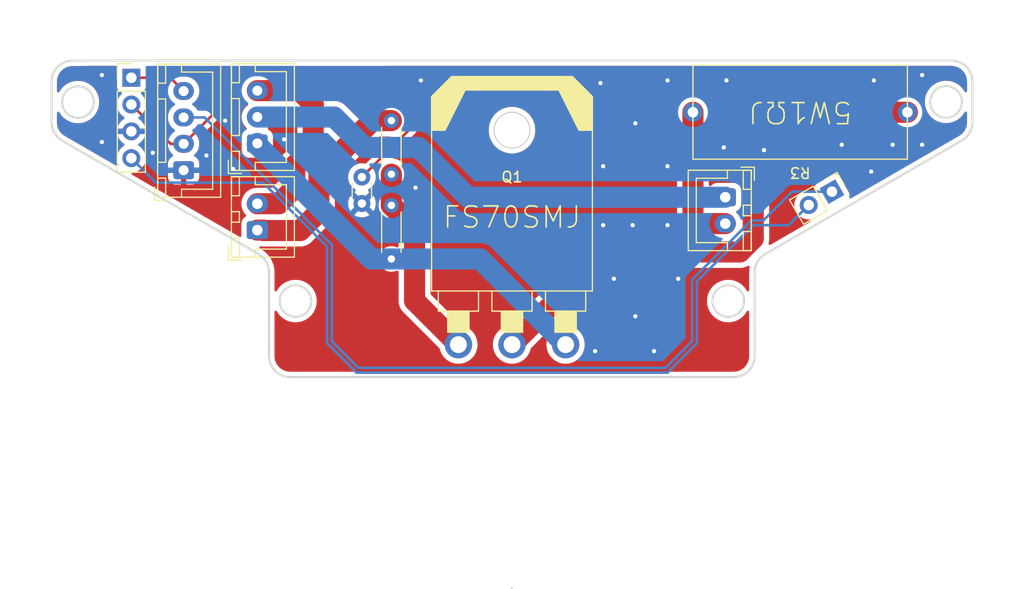
<source format=kicad_pcb>
(kicad_pcb (version 20211014) (generator pcbnew)
  (layers (0 "F.Cu" signal) (31 "B.Cu" signal) (34 "B.Paste" user) (35 "F.Paste" user) (36 "B.SilkS" user "B.Silkscreen") (37 "F.SilkS" user "F.Silkscreen") (38 "B.Mask" user) (39 "F.Mask" user) (44 "Edge.Cuts" user))
  (net 0 "")
  (net 1 "GND")
  (net 2 "+5V")
  (net 3 "FET 1")
  (net 4 "FET 2")
  (net 5 "Net-(J2-Pad1)")
  (net 6 "Net-(J2-Pad2)")
  (net 7 "Net-(J3-Pad2)")
  (net 8 "Vout")
  (net 9 "Kathode")
  (net 10 "Brightness")
  (net 11 "Net-(Q1-Pad1)")
  (net 12 "Net-(Q1-Pad2)")
  (footprint "Capacitor_THT:C_Disc_D3.0mm_W1.6mm_P2.50mm" (layer "F.Cu") (at 138.176 85.07 90)
    (fp_text reference "C1" hide)
    (fp_text value "C_Small" hide)
    (fp_line (start 0.621 -0.92) (end 1.879 -0.92) (layer "F.SilkS") (width 0.12))
    (fp_line (start 0.621 0.92) (end 1.879 0.92) (layer "F.SilkS") (width 0.12))
    (pad "1" thru_hole circle (at 0 0 90) (size 1.6 1.6) (drill 0.8) (layers *.Cu *.Mask) (net 1 "GND"))
    (pad "2" thru_hole circle (at 2.5 0 90) (size 1.6 1.6) (drill 0.8) (layers *.Cu *.Mask) (net 2 "+5V"))
  )
  (footprint "Lib:FS70SMJ" (layer "F.Cu") (at 152.4 74.31)
    (fp_text reference "Q1" (at 0 8.255 unlocked) (layer "F.SilkS"))
    (fp_text value "Q_NMOS_GDS")
    (fp_text user "FS70SMJ" (at 0 12.065 unlocked) (layer "F.SilkS") (effects (font (size 2 2))))
    (fp_line (start -7.62 3.81) (end -6.35 3.81) (layer "F.SilkS") (width 0.12))
    (fp_line (start 5.08 -1.27) (end -5.08 -1.27) (layer "F.SilkS") (width 0.12))
    (fp_line (start -6.08 22.955) (end -6.08 21.955) (layer "F.SilkS") (width 0.12))
    (fp_line (start 6.985 20.955) (end 3.175 20.955) (layer "F.SilkS") (width 0.12))
    (fp_line (start -4.08 21.955) (end -4.08 20.955) (layer "F.SilkS") (width 0.12))
    (fp_line (start 6.985 19.05) (end 6.985 20.955) (layer "F.SilkS") (width 0.12))
    (fp_line (start -1.905 20.955) (end -1.905 19.05) (layer "F.SilkS") (width 0.12))
    (fp_line (start -5.715 -1.27) (end -5.08 -1.27) (layer "F.SilkS") (width 0.12))
    (fp_line (start 4.08 21.955) (end 4.08 20.955) (layer "F.SilkS") (width 0.12))
    (fp_line (start -7.62 1.27) (end -7.62 19.05) (layer "F.SilkS") (width 0.12))
    (fp_line (start -4.08 22.955) (end -4.08 21.955) (layer "F.SilkS") (width 0.12))
    (fp_line (start 7.62 3.81) (end 6.35 3.81) (layer "F.SilkS") (width 0.12))
    (fp_line (start -6.08 21.955) (end -6.08 20.955) (layer "F.SilkS") (width 0.12))
    (fp_line (start 5.08 -1.27) (end 5.715 -1.27) (layer "F.SilkS") (width 0.12))
    (fp_line (start 7.62 19.05) (end 7.62 1.27) (layer "F.SilkS") (width 0.12))
    (fp_line (start -4.445 0) (end -6.35 3.81) (layer "F.SilkS") (width 0.12))
    (fp_line (start 1.905 19.05) (end 1.905 20.955) (layer "F.SilkS") (width 0.12))
    (fp_line (start -7.62 19.05) (end 7.62 19.05) (layer "F.SilkS") (width 0.12))
    (fp_line (start 6.08 21.955) (end 6.08 20.955) (layer "F.SilkS") (width 0.12))
    (fp_line (start 7.62 0.635) (end 7.62 1.27) (layer "F.SilkS") (width 0.12))
    (fp_line (start 3.175 20.955) (end 3.175 19.05) (layer "F.SilkS") (width 0.12))
    (fp_line (start 6.35 3.81) (end 4.445 0) (layer "F.SilkS") (width 0.12))
    (fp_line (start -5.715 -1.27) (end -7.62 0.635) (layer "F.SilkS") (width 0.12))
    (fp_line (start 4.08 22.955) (end 4.08 21.955) (layer "F.SilkS") (width 0.12))
    (fp_line (start 1.905 20.955) (end -1.905 20.955) (layer "F.SilkS") (width 0.12))
    (fp_line (start -1 21.955) (end -1 20.955) (layer "F.SilkS") (width 0.12))
    (fp_line (start 1 22.955) (end 1 21.955) (layer "F.SilkS") (width 0.12))
    (fp_line (start -1 22.955) (end -1 21.955) (layer "F.SilkS") (width 0.12))
    (fp_line (start 6.08 22.955) (end 6.08 21.955) (layer "F.SilkS") (width 0.12))
    (fp_line (start 5.715 -1.27) (end 7.62 0.635) (layer "F.SilkS") (width 0.12))
    (fp_line (start 4.445 0) (end -4.445 0) (layer "F.SilkS") (width 0.12))
    (fp_line (start -7.62 0.635) (end -7.62 1.27) (layer "F.SilkS") (width 0.12))
    (fp_line (start -3.175 20.955) (end -6.985 20.955) (layer "F.SilkS") (width 0.12))
    (fp_line (start -3.175 19.05) (end -3.175 20.955) (layer "F.SilkS") (width 0.12))
    (fp_line (start 1 21.955) (end 1 20.955) (layer "F.SilkS") (width 0.12))
    (fp_line (start -6.985 20.955) (end -6.985 19.05) (layer "F.SilkS") (width 0.12))
    (fp_poly (pts (xy 7.62 0.635) (xy 7.62 3.81) (xy 6.35 3.81) (xy 4.445 0) (xy 5.715 -1.27)) (layer "F.SilkS") (width 0.12) (fill solid))
    (fp_poly (pts (xy 1 22.955) (xy -1 22.955) (xy -1 20.955) (xy 1 20.955)) (layer "F.SilkS") (width 0.12) (fill solid))
    (fp_poly (pts (xy 6.08 22.955) (xy 4.08 22.955) (xy 4.08 20.955) (xy 6.08 20.955)) (layer "F.SilkS") (width 0.12) (fill solid))
    (fp_poly (pts (xy -4.08 22.955) (xy -6.08 22.955) (xy -6.08 20.955) (xy -4.08 20.955)) (layer "F.SilkS") (width 0.12) (fill solid))
    (fp_poly (pts (xy 4.445 0) (xy -4.445 0) (xy -6.35 3.81) (xy -7.62 3.81) (xy -7.62 0.635) (xy -5.715 -1.27) (xy 5.715 -1.27)) (layer "F.SilkS") (width 0.12) (fill solid))
    (fp_circle (center 0 3.81) (end -1.7 3.81) (layer "Edge.Cuts") (width 0.12) (fill none))
    (pad "1" thru_hole circle (at -5.08 24.13 180) (size 2.6 2.6) (drill 1.6) (layers *.Cu *.Mask) (net 11 "Net-(Q1-Pad1)"))
    (pad "2" thru_hole circle (at 0 24.13 180) (size 2.6 2.6) (drill 1.6) (layers *.Cu *.Mask) (net 12 "Net-(Q1-Pad2)"))
    (pad "3" thru_hole circle (at 5.08 24.13 180) (size 2.6 2.6) (drill 1.6) (layers *.Cu *.Mask) (net 5 "Net-(J2-Pad1)"))
  )
  (footprint "Lib:5W 1Ω sement" (layer "F.Cu") (at 179.705 81.5025 180)
    (fp_text reference "R3" (at 0 -0.635 180 unlocked) (layer "F.SilkS"))
    (fp_text value "1")
    (fp_text user "5W1ΩJ" (at 0 5.08 180 unlocked) (layer "F.SilkS") (effects (font (size 2 2))))
    (fp_line (start -10.16 9.525) (end -10.16 0.635) (layer "F.SilkS") (width 0.12))
    (fp_line (start 10.16 9.525) (end 10.16 0.635) (layer "F.SilkS") (width 0.12))
    (fp_line (start -10.16 9.525) (end 10.16 9.525) (layer "F.SilkS") (width 0.12))
    (fp_line (start 10.16 0.635) (end -10.16 0.635) (layer "F.SilkS") (width 0.12))
    (pad "1" thru_hole circle (at 10.16 5.08) (size 1.8 1.8) (drill 1) (layers *.Cu *.Mask) (net 7 "Net-(J3-Pad2)"))
    (pad "2" thru_hole circle (at -10.16 5.08) (size 1.8 1.8) (drill 1) (layers *.Cu *.Mask) (net 12 "Net-(Q1-Pad2)"))
  )
  (footprint "Resistor_THT:R_Axial_DIN0204_L3.6mm_D1.6mm_P5.08mm_Horizontal" (layer "F.Cu") (at 140.97 77.216 -90)
    (fp_text reference "R1" hide)
    (fp_text value "100" hide)
    (fp_line (start 0.62 0.92) (end 4.46 0.92) (layer "F.SilkS") (width 0.12))
    (fp_line (start 0.62 -0.92) (end 4.46 -0.92) (layer "F.SilkS") (width 0.12))
    (pad "1" thru_hole circle (at 0 0 270) (size 1.4 1.4) (drill 0.7) (layers *.Cu *.Mask) (net 3 "FET 1"))
    (pad "2" thru_hole oval (at 5.08 0 270) (size 1.4 1.4) (drill 0.7) (layers *.Cu *.Mask) (net 11 "Net-(Q1-Pad1)"))
  )
  (footprint "Resistor_THT:R_Axial_DIN0204_L3.6mm_D1.6mm_P5.08mm_Horizontal" (layer "F.Cu") (at 140.97 85.246 -90)
    (fp_text reference "R2" hide)
    (fp_text value "10K" hide)
    (fp_line (start 0.62 -0.92) (end 4.46 -0.92) (layer "F.SilkS") (width 0.12))
    (fp_line (start 0.62 0.92) (end 4.46 0.92) (layer "F.SilkS") (width 0.12))
    (pad "1" thru_hole circle (at 0 0 270) (size 1.4 1.4) (drill 0.7) (layers *.Cu *.Mask) (net 11 "Net-(Q1-Pad1)"))
    (pad "2" thru_hole oval (at 5.08 0 270) (size 1.4 1.4) (drill 0.7) (layers *.Cu *.Mask) (net 5 "Net-(J2-Pad1)"))
  )
  (footprint "Connector_JST:JST_XH_B2B-XH-A_1x02_P2.50mm_Vertical" (layer "F.Cu") (at 172.61 84.475 -90)
    (fp_text reference "J3" hide)
    (fp_text value "Conn_01x02_Female" hide)
    (fp_line (start -2.56 3.51) (end 5.06 3.51) (layer "F.SilkS") (width 0.12))
    (fp_line (start -2.85 -2.75) (end -2.85 -1.5) (layer "F.SilkS") (width 0.12))
    (fp_line (start 5.05 -1.7) (end 5.05 -2.45) (layer "F.SilkS") (width 0.12))
    (fp_line (start -2.55 -0.2) (end -1.8 -0.2) (layer "F.SilkS") (width 0.12))
    (fp_line (start 4.3 -0.2) (end 4.3 2.75) (layer "F.SilkS") (width 0.12))
    (fp_line (start 5.05 -0.2) (end 4.3 -0.2) (layer "F.SilkS") (width 0.12))
    (fp_line (start -0.75 -1.7) (end -0.75 -2.45) (layer "F.SilkS") (width 0.12))
    (fp_line (start 5.06 -2.46) (end -2.56 -2.46) (layer "F.SilkS") (width 0.12))
    (fp_line (start -2.56 -2.46) (end -2.56 3.51) (layer "F.SilkS") (width 0.12))
    (fp_line (start 1.75 -2.45) (end 0.75 -2.45) (layer "F.SilkS") (width 0.12))
    (fp_line (start 5.05 -2.45) (end 3.25 -2.45) (layer "F.SilkS") (width 0.12))
    (fp_line (start 0.75 -2.45) (end 0.75 -1.7) (layer "F.SilkS") (width 0.12))
    (fp_line (start 1.75 -1.7) (end 1.75 -2.45) (layer "F.SilkS") (width 0.12))
    (fp_line (start 3.25 -2.45) (end 3.25 -1.7) (layer "F.SilkS") (width 0.12))
    (fp_line (start 0.75 -1.7) (end 1.75 -1.7) (layer "F.SilkS") (width 0.12))
    (fp_line (start -1.8 -0.2) (end -1.8 2.75) (layer "F.SilkS") (width 0.12))
    (fp_line (start 3.25 -1.7) (end 5.05 -1.7) (layer "F.SilkS") (width 0.12))
    (fp_line (start -2.55 -2.45) (end -2.55 -1.7) (layer "F.SilkS") (width 0.12))
    (fp_line (start -0.75 -2.45) (end -2.55 -2.45) (layer "F.SilkS") (width 0.12))
    (fp_line (start -1.8 2.75) (end 1.25 2.75) (layer "F.SilkS") (width 0.12))
    (fp_line (start -2.55 -1.7) (end -0.75 -1.7) (layer "F.SilkS") (width 0.12))
    (fp_line (start -1.6 -2.75) (end -2.85 -2.75) (layer "F.SilkS") (width 0.12))
    (fp_line (start 5.06 3.51) (end 5.06 -2.46) (layer "F.SilkS") (width 0.12))
    (fp_line (start 4.3 2.75) (end 1.25 2.75) (layer "F.SilkS") (width 0.12))
    (pad "1" thru_hole roundrect (at 0 0 270) (size 1.7 2) (drill 1) (layers *.Cu *.Mask) (roundrect_rratio 0.1470588235) (net 6 "Net-(J2-Pad2)"))
    (pad "2" thru_hole oval (at 2.5 0 270) (size 1.7 2) (drill 1) (layers *.Cu *.Mask) (net 7 "Net-(J3-Pad2)"))
  )
  (footprint "Connector_PinHeader_2.54mm:PinHeader_1x02_P2.54mm_Vertical" (layer "F.Cu") (at 182.714183 83.9445 -60)
    (fp_text reference "J5" hide)
    (fp_text value "Conn_01x02_Female" hide)
    (fp_line (start -1.33 1.27) (end -1.33 3.87) (layer "F.SilkS") (width 0.12))
    (fp_line (start -1.33 0) (end -1.33 -1.33) (layer "F.SilkS") (width 0.12))
    (fp_line (start -1.33 3.87) (end 1.33 3.87) (layer "F.SilkS") (width 0.12))
    (fp_line (start -1.33 1.27) (end 1.33 1.27) (layer "F.SilkS") (width 0.12))
    (fp_line (start 1.33 1.27) (end 1.33 3.87) (layer "F.SilkS") (width 0.12))
    (fp_line (start -1.33 -1.33) (end 0 -1.33) (layer "F.SilkS") (width 0.12))
    (pad "1" thru_hole rect (at 0 0 300) (size 1.7 1.7) (drill 1) (layers *.Cu *.Mask) (net 10 "Brightness"))
    (pad "2" thru_hole oval (at 0 2.54 300) (size 1.7 1.7) (drill 1) (layers *.Cu *.Mask) (net 9 "Kathode"))
  )
  (footprint "Connector_JST:JST_XH_B2B-XH-A_1x02_P2.50mm_Vertical" (layer "F.Cu") (at 128.27 87.59 90)
    (fp_text reference "J1" hide)
    (fp_text value "Conn_01x02_Female" hide)
    (fp_line (start -1.8 2.75) (end 1.25 2.75) (layer "F.SilkS") (width 0.12))
    (fp_line (start 5.05 -1.7) (end 5.05 -2.45) (layer "F.SilkS") (width 0.12))
    (fp_line (start 5.06 -2.46) (end -2.56 -2.46) (layer "F.SilkS") (width 0.12))
    (fp_line (start 5.06 3.51) (end 5.06 -2.46) (layer "F.SilkS") (width 0.12))
    (fp_line (start -0.75 -2.45) (end -2.55 -2.45) (layer "F.SilkS") (width 0.12))
    (fp_line (start 1.75 -1.7) (end 1.75 -2.45) (layer "F.SilkS") (width 0.12))
    (fp_line (start -1.8 -0.2) (end -1.8 2.75) (layer "F.SilkS") (width 0.12))
    (fp_line (start -0.75 -1.7) (end -0.75 -2.45) (layer "F.SilkS") (width 0.12))
    (fp_line (start 5.05 -2.45) (end 3.25 -2.45) (layer "F.SilkS") (width 0.12))
    (fp_line (start -2.56 -2.46) (end -2.56 3.51) (layer "F.SilkS") (width 0.12))
    (fp_line (start 3.25 -1.7) (end 5.05 -1.7) (layer "F.SilkS") (width 0.12))
    (fp_line (start 3.25 -2.45) (end 3.25 -1.7) (layer "F.SilkS") (width 0.12))
    (fp_line (start -2.85 -2.75) (end -2.85 -1.5) (layer "F.SilkS") (width 0.12))
    (fp_line (start 5.05 -0.2) (end 4.3 -0.2) (layer "F.SilkS") (width 0.12))
    (fp_line (start -2.55 -2.45) (end -2.55 -1.7) (layer "F.SilkS") (width 0.12))
    (fp_line (start 0.75 -2.45) (end 0.75 -1.7) (layer "F.SilkS") (width 0.12))
    (fp_line (start -2.56 3.51) (end 5.06 3.51) (layer "F.SilkS") (width 0.12))
    (fp_line (start -2.55 -0.2) (end -1.8 -0.2) (layer "F.SilkS") (width 0.12))
    (fp_line (start 1.75 -2.45) (end 0.75 -2.45) (layer "F.SilkS") (width 0.12))
    (fp_line (start 4.3 2.75) (end 1.25 2.75) (layer "F.SilkS") (width 0.12))
    (fp_line (start -1.6 -2.75) (end -2.85 -2.75) (layer "F.SilkS") (width 0.12))
    (fp_line (start -2.55 -1.7) (end -0.75 -1.7) (layer "F.SilkS") (width 0.12))
    (fp_line (start 4.3 -0.2) (end 4.3 2.75) (layer "F.SilkS") (width 0.12))
    (fp_line (start 0.75 -1.7) (end 1.75 -1.7) (layer "F.SilkS") (width 0.12))
    (pad "1" thru_hole roundrect (at 0 0 90) (size 1.7 2) (drill 1) (layers *.Cu *.Mask) (roundrect_rratio 0.1470588235) (net 3 "FET 1"))
    (pad "2" thru_hole oval (at 2.5 0 90) (size 1.7 2) (drill 1) (layers *.Cu *.Mask) (net 4 "FET 2"))
  )
  (footprint "Connector_PinHeader_2.54mm:PinHeader_1x04_P2.54mm_Vertical" (layer "F.Cu") (at 116.332 73.152)
    (fp_text reference "J4" hide)
    (fp_text value "Conn_01x04_Female" hide)
    (fp_line (start -1.33 0) (end -1.33 -1.33) (layer "F.SilkS") (width 0.12))
    (fp_line (start -1.33 -1.33) (end 0 -1.33) (layer "F.SilkS") (width 0.12))
    (fp_line (start -1.33 1.27) (end 1.33 1.27) (layer "F.SilkS") (width 0.12))
    (fp_line (start 1.33 1.27) (end 1.33 8.95) (layer "F.SilkS") (width 0.12))
    (fp_line (start -1.33 8.95) (end 1.33 8.95) (layer "F.SilkS") (width 0.12))
    (fp_line (start -1.33 1.27) (end -1.33 8.95) (layer "F.SilkS") (width 0.12))
    (pad "1" thru_hole rect (at 0 0) (size 1.7 1.7) (drill 1) (layers *.Cu *.Mask) (net 8 "Vout"))
    (pad "2" thru_hole oval (at 0 2.54) (size 1.7 1.7) (drill 1) (layers *.Cu *.Mask) (net 2 "+5V"))
    (pad "3" thru_hole oval (at 0 5.08) (size 1.7 1.7) (drill 1) (layers *.Cu *.Mask) (net 1 "GND"))
    (pad "4" thru_hole oval (at 0 7.62) (size 1.7 1.7) (drill 1) (layers *.Cu *.Mask) (net 9 "Kathode"))
  )
  (footprint "Connector_JST:JST_XH_B4B-XH-A_1x04_P2.50mm_Vertical" (layer "F.Cu") (at 121.285 81.915 90)
    (fp_text reference "J6" hide)
    (fp_text value "Conn_01x04_Female" hide)
    (fp_line (start -0.75 -2.45) (end -2.55 -2.45) (layer "F.SilkS") (width 0.12))
    (fp_line (start 6.75 -1.7) (end 6.75 -2.45) (layer "F.SilkS") (width 0.12))
    (fp_line (start -0.75 -1.7) (end -0.75 -2.45) (layer "F.SilkS") (width 0.12))
    (fp_line (start 10.05 -1.7) (end 10.05 -2.45) (layer "F.SilkS") (width 0.12))
    (fp_line (start 8.25 -2.45) (end 8.25 -1.7) (layer "F.SilkS") (width 0.12))
    (fp_line (start 0.75 -1.7) (end 6.75 -1.7) (layer "F.SilkS") (width 0.12))
    (fp_line (start 0.75 -2.45) (end 0.75 -1.7) (layer "F.SilkS") (width 0.12))
    (fp_line (start -2.56 3.51) (end 10.06 3.51) (layer "F.SilkS") (width 0.12))
    (fp_line (start 9.3 2.75) (end 3.75 2.75) (layer "F.SilkS") (width 0.12))
    (fp_line (start -2.55 -1.7) (end -0.75 -1.7) (layer "F.SilkS") (width 0.12))
    (fp_line (start 9.3 -0.2) (end 9.3 2.75) (layer "F.SilkS") (width 0.12))
    (fp_line (start 6.75 -2.45) (end 0.75 -2.45) (layer "F.SilkS") (width 0.12))
    (fp_line (start -1.8 -0.2) (end -1.8 2.75) (layer "F.SilkS") (width 0.12))
    (fp_line (start -1.6 -2.75) (end -2.85 -2.75) (layer "F.SilkS") (width 0.12))
    (fp_line (start -2.55 -0.2) (end -1.8 -0.2) (layer "F.SilkS") (width 0.12))
    (fp_line (start 10.06 3.51) (end 10.06 -2.46) (layer "F.SilkS") (width 0.12))
    (fp_line (start 10.05 -0.2) (end 9.3 -0.2) (layer "F.SilkS") (width 0.12))
    (fp_line (start -2.55 -2.45) (end -2.55 -1.7) (layer "F.SilkS") (width 0.12))
    (fp_line (start 10.05 -2.45) (end 8.25 -2.45) (layer "F.SilkS") (width 0.12))
    (fp_line (start 8.25 -1.7) (end 10.05 -1.7) (layer "F.SilkS") (width 0.12))
    (fp_line (start 10.06 -2.46) (end -2.56 -2.46) (layer "F.SilkS") (width 0.12))
    (fp_line (start -2.85 -2.75) (end -2.85 -1.5) (layer "F.SilkS") (width 0.12))
    (fp_line (start -1.8 2.75) (end 3.75 2.75) (layer "F.SilkS") (width 0.12))
    (fp_line (start -2.56 -2.46) (end -2.56 3.51) (layer "F.SilkS") (width 0.12))
    (pad "1" thru_hole roundrect (at 0 0 90) (size 1.7 1.95) (drill 0.95) (layers *.Cu *.Mask) (roundrect_rratio 0.1470588235) (net 1 "GND"))
    (pad "2" thru_hole oval (at 2.5 0 90) (size 1.7 1.95) (drill 0.95) (layers *.Cu *.Mask) (net 2 "+5V"))
    (pad "3" thru_hole oval (at 5 0 90) (size 1.7 1.95) (drill 0.95) (layers *.Cu *.Mask) (net 10 "Brightness"))
    (pad "4" thru_hole oval (at 7.5 0 90) (size 1.7 1.95) (drill 0.95) (layers *.Cu *.Mask) (net 8 "Vout"))
  )
  (footprint "Connector_JST:JST_XH_B3B-XH-A_1x03_P2.50mm_Vertical" (layer "F.Cu") (at 128.27 79.375 90)
    (fp_text reference "J2" hide)
    (fp_text value "Conn_01x03_Female" hide)
    (fp_line (start 6.8 2.75) (end 2.5 2.75) (layer "F.SilkS") (width 0.12))
    (fp_line (start -1.8 -0.2) (end -1.8 2.75) (layer "F.SilkS") (width 0.12))
    (fp_line (start -2.55 -0.2) (end -1.8 -0.2) (layer "F.SilkS") (width 0.12))
    (fp_line (start 5.75 -2.45) (end 5.75 -1.7) (layer "F.SilkS") (width 0.12))
    (fp_line (start -0.75 -2.45) (end -2.55 -2.45) (layer "F.SilkS") (width 0.12))
    (fp_line (start 7.55 -2.45) (end 5.75 -2.45) (layer "F.SilkS") (width 0.12))
    (fp_line (start 7.55 -1.7) (end 7.55 -2.45) (layer "F.SilkS") (width 0.12))
    (fp_line (start 0.75 -1.7) (end 4.25 -1.7) (layer "F.SilkS") (width 0.12))
    (fp_line (start 6.8 -0.2) (end 6.8 2.75) (layer "F.SilkS") (width 0.12))
    (fp_line (start -0.75 -1.7) (end -0.75 -2.45) (layer "F.SilkS") (width 0.12))
    (fp_line (start 7.55 -0.2) (end 6.8 -0.2) (layer "F.SilkS") (width 0.12))
    (fp_line (start -2.55 -2.45) (end -2.55 -1.7) (layer "F.SilkS") (width 0.12))
    (fp_line (start 4.25 -2.45) (end 0.75 -2.45) (layer "F.SilkS") (width 0.12))
    (fp_line (start -2.56 -2.46) (end -2.56 3.51) (layer "F.SilkS") (width 0.12))
    (fp_line (start 4.25 -1.7) (end 4.25 -2.45) (layer "F.SilkS") (width 0.12))
    (fp_line (start 5.75 -1.7) (end 7.55 -1.7) (layer "F.SilkS") (width 0.12))
    (fp_line (start 0.75 -2.45) (end 0.75 -1.7) (layer "F.SilkS") (width 0.12))
    (fp_line (start 7.56 -2.46) (end -2.56 -2.46) (layer "F.SilkS") (width 0.12))
    (fp_line (start -2.56 3.51) (end 7.56 3.51) (layer "F.SilkS") (width 0.12))
    (fp_line (start -2.85 -2.75) (end -2.85 -1.5) (layer "F.SilkS") (width 0.12))
    (fp_line (start -1.8 2.75) (end 2.5 2.75) (layer "F.SilkS") (width 0.12))
    (fp_line (start -1.6 -2.75) (end -2.85 -2.75) (layer "F.SilkS") (width 0.12))
    (fp_line (start -2.55 -1.7) (end -0.75 -1.7) (layer "F.SilkS") (width 0.12))
    (fp_line (start 7.56 3.51) (end 7.56 -2.46) (layer "F.SilkS") (width 0.12))
    (pad "1" thru_hole roundrect (at 0 0 90) (size 1.7 1.95) (drill 0.95) (layers *.Cu *.Mask) (roundrect_rratio 0.1470588235) (net 5 "Net-(J2-Pad1)"))
    (pad "2" thru_hole oval (at 2.5 0 90) (size 1.7 1.95) (drill 0.95) (layers *.Cu *.Mask) (net 6 "Net-(J2-Pad2)"))
    (pad "3" thru_hole oval (at 5 0 90) (size 1.7 1.95) (drill 0.95) (layers *.Cu *.Mask) (net 4 "FET 2"))
  )
  (gr_circle (center 193.526776 75.442626) (end 195.026776 75.442626) (layer "Edge.Cuts") (width 0.2) (fill none))
  (gr_line (start 129.384288 98.480932) (end 129.384288 99.519976) (layer "Edge.Cuts") (width 0.2))
  (gr_arc (start 194.026776 71.519976) (mid 195.440964 72.105776) (end 196.026776 73.519976) (layer "Edge.Cuts") (width 0.2))
  (gr_line (start 196.026776 77.365275) (end 196.026776 73.519976) (layer "Edge.Cuts") (width 0.2))
  (gr_line (start 175.388337 99.519975) (end 175.388337 98.476538) (layer "Edge.Cuts") (width 0.2))
  (gr_circle (center 172.888337 94.311848) (end 174.388337 94.311848) (layer "Edge.Cuts") (width 0.2) (fill none))
  (gr_line (start 129.384288 91.590172) (end 129.384288 98.480932) (layer "Edge.Cuts") (width 0.2))
  (gr_line (start 108.773225 73.533444) (end 108.773225 77.378857) (layer "Edge.Cuts") (width 0.2))
  (gr_arc (start 175.388336 91.590285) (mid 175.656282 90.590282) (end 176.388336 89.858234) (layer "Edge.Cuts") (width 0.2))
  (gr_circle (center 111.273225 75.45615) (end 112.773225 75.45615) (layer "Edge.Cuts") (width 0.2) (fill none))
  (gr_circle (center 152.388337 121.519976) (end 152.488337 121.519976) (layer "Edge.Cuts") (width 0.0001) (fill solid))
  (gr_line (start 131.384288 101.519976) (end 152.388336 101.519976) (layer "Edge.Cuts") (width 0.2))
  (gr_arc (start 131.384288 101.519976) (mid 129.970075 100.934189) (end 129.384288 99.519976) (layer "Edge.Cuts") (width 0.2))
  (gr_arc (start 196.026776 77.365275) (mid 195.75883 78.36528) (end 195.026776 79.097326) (layer "Edge.Cuts") (width 0.2))
  (gr_arc (start 175.388337 99.519975) (mid 174.802551 100.934189) (end 173.388337 101.519975) (layer "Edge.Cuts") (width 0.2))
  (gr_line (start 109.773078 79.110822) (end 128.384435 89.858206) (layer "Edge.Cuts") (width 0.2))
  (gr_line (start 192.388336 71.519976) (end 112.388336 71.519975) (layer "Edge.Cuts") (width 0.2))
  (gr_circle (center 131.884288 94.312862) (end 133.384288 94.312862) (layer "Edge.Cuts") (width 0.2) (fill none))
  (gr_line (start 194.026776 71.519976) (end 192.388336 71.519976) (layer "Edge.Cuts") (width 0.2))
  (gr_line (start 176.388336 89.858234) (end 195.026776 79.097326) (layer "Edge.Cuts") (width 0.2))
  (gr_line (start 175.388337 98.476538) (end 175.388336 91.590285) (layer "Edge.Cuts") (width 0.2))
  (gr_arc (start 128.384435 89.858206) (mid 129.116381 90.590245) (end 129.384288 91.590172) (layer "Edge.Cuts") (width 0.2))
  (gr_line (start 112.388336 71.519975) (end 110.756633 71.533513) (layer "Edge.Cuts") (width 0.2))
  (gr_arc (start 108.773225 73.533444) (mid 109.353157 72.125109) (end 110.756633 71.533513) (layer "Edge.Cuts") (width 0.2))
  (gr_line (start 152.388336 101.519976) (end 173.388337 101.519975) (layer "Edge.Cuts") (width 0.2))
  (gr_arc (start 109.773078 79.110822) (mid 109.041132 78.378783) (end 108.773225 77.378857) (layer "Edge.Cuts") (width 0.2))
  (via (at 164.084 77.47) (size 0.8) (drill 0.4) (layers "F.Cu" "B.Cu") (net 1))
  (via (at 163.83 87.122) (size 0.8) (drill 0.4) (layers "F.Cu" "B.Cu") (net 1))
  (via (at 165.862 99.06) (size 0.8) (drill 0.4) (layers "F.Cu" "B.Cu") (net 1))
  (via (at 186.69 73.406) (size 0.8) (drill 0.4) (layers "F.Cu" "B.Cu") (net 1))
  (via (at 143.764 73.406) (size 0.8) (drill 0.4) (layers "F.Cu" "B.Cu") (net 1))
  (via (at 172.72 73.406) (size 0.8) (drill 0.4) (layers "F.Cu" "B.Cu") (net 1))
  (via (at 125.984 81.788) (size 0.8) (drill 0.4) (layers "F.Cu" "B.Cu") (net 1))
  (via (at 176.276 80.01) (size 0.8) (drill 0.4) (layers "F.Cu" "B.Cu") (net 1))
  (via (at 167.132 81.534) (size 0.8) (drill 0.4) (layers "F.Cu" "B.Cu") (net 1))
  (via (at 143.256 83.566) (size 0.8) (drill 0.4) (layers "F.Cu" "B.Cu") (net 1))
  (via (at 160.274 99.06) (size 0.8) (drill 0.4) (layers "F.Cu" "B.Cu") (net 1))
  (via (at 191.262 79.502) (size 0.8) (drill 0.4) (layers "F.Cu" "B.Cu") (net 1))
  (via (at 161.036 87.122) (size 0.8) (drill 0.4) (layers "F.Cu" "B.Cu") (net 1))
  (via (at 123.444 80.518) (size 0.8) (drill 0.4) (layers "F.Cu" "B.Cu") (net 1))
  (via (at 160.782 73.66) (size 0.8) (drill 0.4) (layers "F.Cu" "B.Cu") (net 1))
  (via (at 125.222 77.216) (size 0.8) (drill 0.4) (layers "F.Cu" "B.Cu") (net 1))
  (via (at 167.132 87.122) (size 0.8) (drill 0.4) (layers "F.Cu" "B.Cu") (net 1))
  (via (at 167.132 73.406) (size 0.8) (drill 0.4) (layers "F.Cu" "B.Cu") (net 1))
  (via (at 186.436 82.042) (size 0.8) (drill 0.4) (layers "F.Cu" "B.Cu") (net 1))
  (via (at 188.468 79.502) (size 0.8) (drill 0.4) (layers "F.Cu" "B.Cu") (net 1))
  (via (at 162.052 92.202) (size 0.8) (drill 0.4) (layers "F.Cu" "B.Cu") (net 1))
  (via (at 191.262 72.898) (size 0.8) (drill 0.4) (layers "F.Cu" "B.Cu") (net 1))
  (via (at 164.084 95.758) (size 0.8) (drill 0.4) (layers "F.Cu" "B.Cu") (net 1))
  (via (at 130.81 78.994) (size 0.8) (drill 0.4) (layers "F.Cu" "B.Cu") (net 1))
  (via (at 172.466 79.756) (size 0.8) (drill 0.4) (layers "F.Cu" "B.Cu") (net 1))
  (via (at 113.538 72.898) (size 0.8) (drill 0.4) (layers "F.Cu" "B.Cu") (net 1))
  (via (at 183.642 79.502) (size 0.8) (drill 0.4) (layers "F.Cu" "B.Cu") (net 1))
  (via (at 161.036 81.534) (size 0.8) (drill 0.4) (layers "F.Cu" "B.Cu") (net 1))
  (via (at 168.148 92.202) (size 0.8) (drill 0.4) (layers "F.Cu" "B.Cu") (net 1))
  (via (at 118.364 80.264) (size 0.8) (drill 0.4) (layers "F.Cu" "B.Cu") (net 1))
  (via (at 113.538 79.248) (size 0.8) (drill 0.4) (layers "F.Cu" "B.Cu") (net 1))
  (segment (start 142.748 75.438) (end 142.748 77.998) (width 0.25) (layer "F.Cu") (net 2))
  (segment (start 125.984 74.716) (end 125.984 73.152) (width 0.25) (layer "F.Cu") (net 2))
  (segment (start 121.285 79.415) (end 125.984 74.716) (width 0.25) (layer "F.Cu") (net 2))
  (segment (start 126.746 72.39) (end 139.7 72.39) (width 0.25) (layer "F.Cu") (net 2))
  (segment (start 125.984 73.152) (end 126.746 72.39) (width 0.25) (layer "F.Cu") (net 2))
  (segment (start 116.332 75.692) (end 120.055 79.415) (width 0.25) (layer "F.Cu") (net 2))
  (segment (start 139.7 72.39) (end 142.748 75.438) (width 0.25) (layer "F.Cu") (net 2))
  (segment (start 120.055 79.415) (end 121.285 79.415) (width 0.25) (layer "F.Cu") (net 2))
  (segment (start 142.748 77.998) (end 138.176 82.57) (width 0.25) (layer "F.Cu") (net 2))
  (segment (start 134.105131 85.858869) (end 134.105131 82.289131) (width 2) (layer "F.Cu") (net 3))
  (segment (start 139.178263 77.216) (end 134.105131 82.289131) (width 2) (layer "F.Cu") (net 3))
  (segment (start 140.97 77.216) (end 139.178263 77.216) (width 2) (layer "F.Cu") (net 3))
  (segment (start 132.334 87.63) (end 134.105131 85.858869) (width 2) (layer "F.Cu") (net 3))
  (segment (start 128.818458 87.59) (end 128.27 87.59) (width 2) (layer "F.Cu") (net 3))
  (segment (start 128.858458 87.63) (end 132.334 87.63) (width 2) (layer "F.Cu") (net 3))
  (segment (start 128.818458 87.59) (end 128.858458 87.63) (width 2) (layer "F.Cu") (net 3))
  (segment (start 132.287 74.375) (end 133.565836 75.653836) (width 2) (layer "F.Cu") (net 4))
  (segment (start 131.826 83.566) (end 130.302 85.09) (width 2) (layer "F.Cu") (net 4))
  (segment (start 128.27 74.375) (end 132.287 74.375) (width 2) (layer "F.Cu") (net 4))
  (segment (start 131.826 81.457672) (end 131.826 83.566) (width 2) (layer "F.Cu") (net 4))
  (segment (start 133.565836 75.653836) (end 133.565836 79.717836) (width 2) (layer "F.Cu") (net 4))
  (segment (start 130.302 85.09) (end 128.27 85.09) (width 2) (layer "F.Cu") (net 4))
  (segment (start 133.565836 79.717836) (end 131.826 81.457672) (width 2) (layer "F.Cu") (net 4))
  (segment (start 140.97 90.326) (end 149.366 90.326) (width 2) (layer "B.Cu") (net 5))
  (segment (start 139.080263 90.326) (end 128.27 79.515737) (width 2) (layer "B.Cu") (net 5))
  (segment (start 128.27 79.515737) (end 128.27 79.375) (width 2) (layer "B.Cu") (net 5))
  (segment (start 140.97 90.326) (end 139.080263 90.326) (width 2) (layer "B.Cu") (net 5))
  (segment (start 149.366 90.326) (end 157.48 98.44) (width 2) (layer "B.Cu") (net 5))
  (segment (start 128.27 76.875) (end 135.549 76.875) (width 2) (layer "B.Cu") (net 6))
  (segment (start 135.549 76.875) (end 138.43 79.756) (width 2) (layer "B.Cu") (net 6))
  (segment (start 143.51 79.756) (end 148.229 84.475) (width 2) (layer "B.Cu") (net 6))
  (segment (start 138.43 79.756) (end 143.51 79.756) (width 2) (layer "B.Cu") (net 6))
  (segment (start 148.229 84.475) (end 172.61 84.475) (width 2) (layer "B.Cu") (net 6))
  (segment (start 169.545 86.61) (end 169.545 76.4225) (width 2) (layer "F.Cu") (net 7))
  (segment (start 169.91 86.975) (end 169.545 86.61) (width 2) (layer "F.Cu") (net 7))
  (segment (start 172.61 86.975) (end 169.91 86.975) (width 2) (layer "F.Cu") (net 7))
  (segment (start 116.332 73.152) (end 120.022 73.152) (width 0.25) (layer "F.Cu") (net 8))
  (segment (start 120.022 73.152) (end 121.285 74.415) (width 0.25) (layer "F.Cu") (net 8))
  (segment (start 167.132 101.092) (end 169.926 98.298) (width 0.25) (layer "B.Cu") (net 9))
  (segment (start 118.64952 83.08952) (end 128.80952 83.08952) (width 0.25) (layer "B.Cu") (net 9))
  (segment (start 128.80952 83.08952) (end 134.874 89.154) (width 0.25) (layer "B.Cu") (net 9))
  (segment (start 169.926 92.456) (end 175.26 87.122) (width 0.25) (layer "B.Cu") (net 9))
  (segment (start 137.668 101.092) (end 167.132 101.092) (width 0.25) (layer "B.Cu") (net 9))
  (segment (start 175.26 87.122) (end 178.606978 87.122) (width 0.25) (layer "B.Cu") (net 9))
  (segment (start 134.874 98.298) (end 137.668 101.092) (width 0.25) (layer "B.Cu") (net 9))
  (segment (start 169.926 98.298) (end 169.926 92.456) (width 0.25) (layer "B.Cu") (net 9))
  (segment (start 116.332 80.772) (end 118.64952 83.08952) (width 0.25) (layer "B.Cu") (net 9))
  (segment (start 134.874 89.154) (end 134.874 98.298) (width 0.25) (layer "B.Cu") (net 9))
  (segment (start 178.606978 87.122) (end 180.514478 85.2145) (width 0.25) (layer "B.Cu") (net 9))
  (segment (start 123.270717 76.915) (end 135.32352 88.967803) (width 0.25) (layer "B.Cu") (net 10))
  (segment (start 175.073803 86.67248) (end 176.21752 86.67248) (width 0.25) (layer "B.Cu") (net 10))
  (segment (start 169.47648 92.269802) (end 175.073803 86.67248) (width 0.25) (layer "B.Cu") (net 10))
  (segment (start 178.9455 83.9445) (end 182.714183 83.9445) (width 0.25) (layer "B.Cu") (net 10))
  (segment (start 166.945802 100.64248) (end 169.47648 98.111802) (width 0.25) (layer "B.Cu") (net 10))
  (segment (start 137.854198 100.64248) (end 166.945802 100.64248) (width 0.25) (layer "B.Cu") (net 10))
  (segment (start 135.32352 98.111802) (end 137.854198 100.64248) (width 0.25) (layer "B.Cu") (net 10))
  (segment (start 135.32352 88.967803) (end 135.32352 98.111802) (width 0.25) (layer "B.Cu") (net 10))
  (segment (start 121.285 76.915) (end 123.270717 76.915) (width 0.25) (layer "B.Cu") (net 10))
  (segment (start 169.47648 98.111802) (end 169.47648 92.269802) (width 0.25) (layer "B.Cu") (net 10))
  (segment (start 176.21752 86.67248) (end 178.9455 83.9445) (width 0.25) (layer "B.Cu") (net 10))
  (segment (start 140.97 85.246) (end 143.16952 87.44552) (width 2) (layer "F.Cu") (net 11))
  (segment (start 143.16952 87.44552) (end 143.16952 94.28952) (width 2) (layer "F.Cu") (net 11))
  (segment (start 140.97 85.246) (end 140.97 82.296) (width 2) (layer "F.Cu") (net 11))
  (segment (start 143.16952 94.28952) (end 147.32 98.44) (width 2) (layer "F.Cu") (net 11))
  (segment (start 175.26 84.328) (end 175.26 88.392) (width 2) (layer "F.Cu") (net 12))
  (segment (start 175.26 88.392) (end 173.99 89.662) (width 2) (layer "F.Cu") (net 12))
  (segment (start 183.1655 76.4225) (end 175.26 84.328) (width 2) (layer "F.Cu") (net 12))
  (segment (start 189.865 76.4225) (end 183.1655 76.4225) (width 2) (layer "F.Cu") (net 12))
  (segment (start 173.99 89.662) (end 161.178 89.662) (width 2) (layer "F.Cu") (net 12))
  (segment (start 161.178 89.662) (end 152.4 98.44) (width 2) (layer "F.Cu") (net 12))
  (zone (net 1) (net_name "GND") (layers F&B.Cu) (connect_pads (clearance 0.508)) (min_thickness 0.254) (fill yes (thermal_gap 0.508) (thermal_bridge_width 0.508))
    (polygon (pts (xy 200.914 107.696) (xy 103.886 107.696) (xy 103.886 65.786) (xy 200.914 65.786)))
  )
)
</source>
